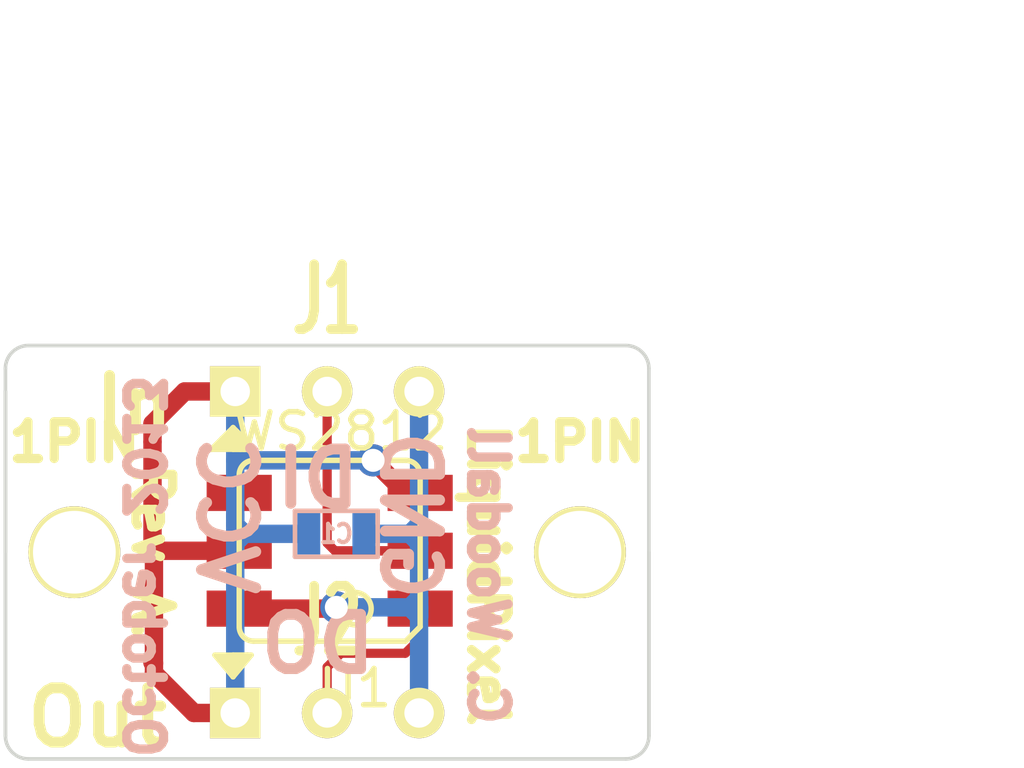
<source format=kicad_pcb>
(kicad_pcb (version 3) (host pcbnew "(2013-07-07 BZR 4022)-stable")

  (general
    (links 9)
    (no_connects 0)
    (area 38.68662 13.025001 71.805714 33.880829)
    (thickness 1.6)
    (drawings 23)
    (tracks 51)
    (zones 0)
    (modules 6)
    (nets 5)
  )

  (page A3)
  (layers
    (15 F.Cu signal)
    (0 B.Cu signal)
    (16 B.Adhes user)
    (17 F.Adhes user)
    (18 B.Paste user)
    (19 F.Paste user)
    (20 B.SilkS user)
    (21 F.SilkS user)
    (22 B.Mask user)
    (23 F.Mask user)
    (24 Dwgs.User user)
    (25 Cmts.User user)
    (26 Eco1.User user)
    (27 Eco2.User user)
    (28 Edge.Cuts user)
  )

  (setup
    (last_trace_width 0.254)
    (trace_clearance 0.254)
    (zone_clearance 0.508)
    (zone_45_only no)
    (trace_min 0.254)
    (segment_width 0.2)
    (edge_width 0.1)
    (via_size 0.889)
    (via_drill 0.635)
    (via_min_size 0.889)
    (via_min_drill 0.508)
    (uvia_size 0.508)
    (uvia_drill 0.127)
    (uvias_allowed no)
    (uvia_min_size 0.508)
    (uvia_min_drill 0.127)
    (pcb_text_width 0.3)
    (pcb_text_size 1.5 1.5)
    (mod_edge_width 0.15)
    (mod_text_size 1 1)
    (mod_text_width 0.15)
    (pad_size 2.54 2.54)
    (pad_drill 2.286)
    (pad_to_mask_clearance 0)
    (aux_axis_origin 0 0)
    (visible_elements FFFFFFAF)
    (pcbplotparams
      (layerselection 284196865)
      (usegerberextensions true)
      (excludeedgelayer false)
      (linewidth 0.150000)
      (plotframeref false)
      (viasonmask false)
      (mode 1)
      (useauxorigin false)
      (hpglpennumber 1)
      (hpglpenspeed 20)
      (hpglpendiameter 15)
      (hpglpenoverlay 2)
      (psnegative false)
      (psa4output false)
      (plotreference false)
      (plotvalue false)
      (plotothertext false)
      (plotinvisibletext false)
      (padsonsilk false)
      (subtractmaskfromsilk true)
      (outputformat 1)
      (mirror false)
      (drillshape 0)
      (scaleselection 1)
      (outputdirectory gerber/))
  )

  (net 0 "")
  (net 1 GND)
  (net 2 N-000003)
  (net 3 N-000004)
  (net 4 VCC)

  (net_class Default "This is the default net class."
    (clearance 0.254)
    (trace_width 0.254)
    (via_dia 0.889)
    (via_drill 0.635)
    (uvia_dia 0.508)
    (uvia_drill 0.127)
    (add_net "")
    (add_net N-000003)
    (add_net N-000004)
  )

  (net_class POWER ""
    (clearance 0.508)
    (trace_width 0.508)
    (via_dia 0.889)
    (via_drill 0.635)
    (uvia_dia 0.508)
    (uvia_drill 0.127)
    (add_net GND)
    (add_net VCC)
  )

  (module SIL-3 (layer F.Cu) (tedit 5266A64E) (tstamp 5266982E)
    (at 49.53 32.385)
    (descr "Connecteur 3 pins")
    (tags "CONN DEV")
    (path /52660680)
    (fp_text reference J2 (at 0 -2.54) (layer F.SilkS)
      (effects (font (size 1.7907 1.07696) (thickness 0.3048)))
    )
    (fp_text value CONN_3 (at 0 -2.54) (layer F.SilkS) hide
      (effects (font (size 1.524 1.016) (thickness 0.3048)))
    )
    (fp_line (start -2.6 -1) (end -3.1 -1.6) (layer F.SilkS) (width 0.15))
    (fp_line (start -3.1 -1.6) (end -2.1 -1.6) (layer F.SilkS) (width 0.15))
    (fp_line (start -2.1 -1.6) (end -2.6 -1) (layer F.SilkS) (width 0.15))
    (fp_line (start -2.6 -1) (end -2.6 -1.6) (layer F.SilkS) (width 0.15))
    (fp_line (start -2.6 -1.6) (end -2.2 -1.6) (layer F.SilkS) (width 0.15))
    (fp_line (start -2.2 -1.6) (end -2.5 -1.2) (layer F.SilkS) (width 0.15))
    (fp_line (start -2.5 -1.2) (end -2.5 -1.5) (layer F.SilkS) (width 0.15))
    (fp_line (start -2.5 -1.5) (end -2.4 -1.5) (layer F.SilkS) (width 0.15))
    (fp_line (start -2.4 -1.5) (end -3 -1.5) (layer F.SilkS) (width 0.15))
    (fp_line (start -3 -1.5) (end -2.7 -1.2) (layer F.SilkS) (width 0.15))
    (fp_line (start -2.7 -1.2) (end -2.7 -1.5) (layer F.SilkS) (width 0.15))
    (fp_line (start -2.7 -1.5) (end -2.8 -1.4) (layer F.SilkS) (width 0.15))
    (pad 1 thru_hole rect (at -2.54 0) (size 1.397 1.397) (drill 0.8128)
      (layers *.Cu *.Mask F.SilkS)
      (net 4 VCC)
    )
    (pad 2 thru_hole circle (at 0 0) (size 1.397 1.397) (drill 0.8128)
      (layers *.Cu *.Mask F.SilkS)
      (net 3 N-000004)
    )
    (pad 3 thru_hole circle (at 2.54 0) (size 1.397 1.397) (drill 0.8128)
      (layers *.Cu *.Mask F.SilkS)
      (net 1 GND)
    )
  )

  (module SIL-3 (layer F.Cu) (tedit 5266A61D) (tstamp 52669822)
    (at 49.53 23.495)
    (descr "Connecteur 3 pins")
    (tags "CONN DEV")
    (path /52660657)
    (fp_text reference J1 (at 0 -2.54) (layer F.SilkS)
      (effects (font (size 1.7907 1.07696) (thickness 0.3048)))
    )
    (fp_text value CONN_3 (at 0 -2.54) (layer F.SilkS) hide
      (effects (font (size 1.524 1.016) (thickness 0.3048)))
    )
    (fp_line (start -2.6 1.1) (end -2.4 1.6) (layer F.SilkS) (width 0.15))
    (fp_line (start -2.4 1.6) (end -2.4 1.2) (layer F.SilkS) (width 0.15))
    (fp_line (start -2.4 1.2) (end -2.3 1.6) (layer F.SilkS) (width 0.15))
    (fp_line (start -2.3 1.6) (end -2.2 1.5) (layer F.SilkS) (width 0.15))
    (fp_line (start -2.2 1.5) (end -3 1.5) (layer F.SilkS) (width 0.15))
    (fp_line (start -3 1.5) (end -2.9 1.4) (layer F.SilkS) (width 0.15))
    (fp_line (start -2.9 1.4) (end -2.6 1.4) (layer F.SilkS) (width 0.15))
    (fp_line (start -2.6 1.4) (end -2.6 1.3) (layer F.SilkS) (width 0.15))
    (fp_line (start -2.6 1.3) (end -2.9 1.3) (layer F.SilkS) (width 0.15))
    (fp_line (start -2.9 1.3) (end -2.6 1.2) (layer F.SilkS) (width 0.15))
    (fp_line (start -2.6 1) (end -2 1.6) (layer F.SilkS) (width 0.15))
    (fp_line (start -2 1.6) (end -2.6 1.6) (layer F.SilkS) (width 0.15))
    (fp_line (start -2.6 1.6) (end -2.6 1) (layer F.SilkS) (width 0.15))
    (fp_line (start -2.9 1.3) (end -3.2 1.6) (layer F.SilkS) (width 0.15))
    (fp_line (start -3.2 1.6) (end -2.1 1.6) (layer F.SilkS) (width 0.15))
    (fp_line (start -2.6 1) (end -2.9 1.3) (layer F.SilkS) (width 0.15))
    (pad 1 thru_hole rect (at -2.54 0) (size 1.397 1.397) (drill 0.8128)
      (layers *.Cu *.Mask F.SilkS)
      (net 4 VCC)
    )
    (pad 2 thru_hole circle (at 0 0) (size 1.397 1.397) (drill 0.8128)
      (layers *.Cu *.Mask F.SilkS)
      (net 2 N-000003)
    )
    (pad 3 thru_hole circle (at 2.54 0) (size 1.397 1.397) (drill 0.8128)
      (layers *.Cu *.Mask F.SilkS)
      (net 1 GND)
    )
  )

  (module 1pin (layer F.Cu) (tedit 52669B63) (tstamp 52669B4E)
    (at 42.545 27.94)
    (descr "module 1 pin (ou trou mecanique de percage)")
    (tags DEV)
    (path 1pin)
    (fp_text reference 1PIN (at 0 -3.048) (layer F.SilkS)
      (effects (font (size 1.016 1.016) (thickness 0.254)))
    )
    (fp_text value P*** (at 0 2.794) (layer F.SilkS) hide
      (effects (font (size 1.016 1.016) (thickness 0.254)))
    )
    (pad 1 thru_hole circle (at 0 0) (size 2.54 2.54) (drill 2.286)
      (layers *.Cu *.Mask F.SilkS)
    )
  )

  (module 1pin (layer F.Cu) (tedit 52669AFA) (tstamp 52669A98)
    (at 56.515 27.94)
    (descr "module 1 pin (ou trou mecanique de percage)")
    (tags DEV)
    (path 1pin)
    (fp_text reference 1PIN (at 0 -3.048) (layer F.SilkS)
      (effects (font (size 1.016 1.016) (thickness 0.254)))
    )
    (fp_text value P*** (at 0 2.794) (layer F.SilkS) hide
      (effects (font (size 1.016 1.016) (thickness 0.254)))
    )
    (pad 1 thru_hole circle (at 0 0) (size 2.54 2.54) (drill 2.286)
      (layers *.Cu *.Mask F.SilkS)
    )
  )

  (module WS2812_SMD (layer F.Cu) (tedit 52669885) (tstamp 52669900)
    (at 52.1 29.5)
    (path /5266092F)
    (fp_text reference U1 (at -1.8 2.2) (layer F.SilkS)
      (effects (font (size 1 1) (thickness 0.15)))
    )
    (fp_text value WS2812 (at -2.2 -4.9) (layer F.SilkS)
      (effects (font (size 1 1) (thickness 0.15)))
    )
    (fp_circle (center -1.8 0) (end -1.4 0.2) (layer F.SilkS) (width 0.15))
    (fp_line (start -4.6 0.9) (end -0.4 0.9) (layer F.SilkS) (width 0.15))
    (fp_line (start -5 -3.7) (end -5 0.5) (layer F.SilkS) (width 0.15))
    (fp_line (start -0.4 -4.1) (end -4.6 -4.1) (layer F.SilkS) (width 0.15))
    (fp_line (start -0.4 0.9) (end 0 0.5) (layer F.SilkS) (width 0.15))
    (fp_line (start 0 0.5) (end 0 -3.7) (layer F.SilkS) (width 0.15))
    (fp_arc (start -0.4 -3.7) (end -0.4 -4.1) (angle 90) (layer F.SilkS) (width 0.15))
    (fp_arc (start -4.6 -3.7) (end -5 -3.7) (angle 90) (layer F.SilkS) (width 0.15))
    (fp_arc (start -4.6 0.5) (end -4.6 0.9) (angle 90) (layer F.SilkS) (width 0.15))
    (pad 1 smd rect (at 0 0) (size 1.8 1)
      (layers F.Cu F.Paste F.Mask)
      (net 3 N-000004)
    )
    (pad 2 smd rect (at 0 -1.6) (size 1.8 1)
      (layers F.Cu F.Paste F.Mask)
      (net 2 N-000003)
    )
    (pad 3 smd rect (at 0 -3.2) (size 1.8 1)
      (layers F.Cu F.Paste F.Mask)
      (net 4 VCC)
    )
    (pad 4 smd rect (at -5 -3.2) (size 1.8 1)
      (layers F.Cu F.Paste F.Mask)
    )
    (pad 5 smd rect (at -5 -1.6) (size 1.8 1)
      (layers F.Cu F.Paste F.Mask)
      (net 4 VCC)
    )
    (pad 6 smd rect (at -5 0) (size 1.8 1)
      (layers F.Cu F.Paste F.Mask)
      (net 1 GND)
    )
  )

  (module SM0603 (layer B.Cu) (tedit 4E43A3D1) (tstamp 52669816)
    (at 49.784 27.432)
    (path /526606F1)
    (attr smd)
    (fp_text reference C1 (at 0 0) (layer B.SilkS)
      (effects (font (size 0.508 0.4572) (thickness 0.1143)) (justify mirror))
    )
    (fp_text value .1uF (at 0 0) (layer B.SilkS) hide
      (effects (font (size 0.508 0.4572) (thickness 0.1143)) (justify mirror))
    )
    (fp_line (start -1.143 0.635) (end 1.143 0.635) (layer B.SilkS) (width 0.127))
    (fp_line (start 1.143 0.635) (end 1.143 -0.635) (layer B.SilkS) (width 0.127))
    (fp_line (start 1.143 -0.635) (end -1.143 -0.635) (layer B.SilkS) (width 0.127))
    (fp_line (start -1.143 -0.635) (end -1.143 0.635) (layer B.SilkS) (width 0.127))
    (pad 1 smd rect (at -0.762 0) (size 0.635 1.143)
      (layers B.Cu B.Paste B.Mask)
      (net 4 VCC)
    )
    (pad 2 smd rect (at 0.762 0) (size 0.635 1.143)
      (layers B.Cu B.Paste B.Mask)
      (net 1 GND)
    )
    (model smd\resistors\R0603.wrl
      (at (xyz 0 0 0.001))
      (scale (xyz 0.5 0.5 0.5))
      (rotate (xyz 0 0 0))
    )
  )

  (dimension 11.43 (width 0.3) (layer Dwgs.User)
    (gr_text "0.4500 in" (at 66.119999 27.94 270) (layer Dwgs.User)
      (effects (font (size 1.5 1.5) (thickness 0.3)))
    )
    (feature1 (pts (xy 58.42 33.655) (xy 67.469999 33.655)))
    (feature2 (pts (xy 58.42 22.225) (xy 67.469999 22.225)))
    (crossbar (pts (xy 64.769999 22.225) (xy 64.769999 33.655)))
    (arrow1a (pts (xy 64.769999 33.655) (xy 64.183579 32.528497)))
    (arrow1b (pts (xy 64.769999 33.655) (xy 65.356419 32.528497)))
    (arrow2a (pts (xy 64.769999 22.225) (xy 64.183579 23.351503)))
    (arrow2b (pts (xy 64.769999 22.225) (xy 65.356419 23.351503)))
  )
  (dimension 17.78 (width 0.3) (layer Dwgs.User)
    (gr_text "0.7000 in" (at 49.53 14.525001) (layer Dwgs.User)
      (effects (font (size 1.5 1.5) (thickness 0.3)))
    )
    (feature1 (pts (xy 58.42 22.225) (xy 58.42 13.175001)))
    (feature2 (pts (xy 40.64 22.225) (xy 40.64 13.175001)))
    (crossbar (pts (xy 40.64 15.875001) (xy 58.42 15.875001)))
    (arrow1a (pts (xy 58.42 15.875001) (xy 57.293497 16.461421)))
    (arrow1b (pts (xy 58.42 15.875001) (xy 57.293497 15.288581)))
    (arrow2a (pts (xy 40.64 15.875001) (xy 41.766503 16.461421)))
    (arrow2b (pts (xy 40.64 15.875001) (xy 41.766503 15.288581)))
  )
  (gr_text GND (at 51.816 26.924 270) (layer B.SilkS)
    (effects (font (size 1.5 1.5) (thickness 0.3)) (justify mirror))
  )
  (gr_text DI (at 49.276 25.908) (layer B.SilkS)
    (effects (font (size 1.5 1.5) (thickness 0.3)) (justify mirror))
  )
  (gr_text DO (at 49.276 30.48) (layer B.SilkS)
    (effects (font (size 1.5 1.5) (thickness 0.3)) (justify mirror))
  )
  (gr_text VCC (at 46.736 26.924 270) (layer B.SilkS)
    (effects (font (size 1.5 1.5) (thickness 0.3)) (justify mirror))
  )
  (gr_text "Out\n" (at 43.18 32.512) (layer F.SilkS)
    (effects (font (size 1.5 1.5) (thickness 0.3)))
  )
  (gr_text In (at 44.196 23.876) (layer F.SilkS)
    (effects (font (size 1.5 1.5) (thickness 0.3)))
  )
  (gr_text "Rev A." (at 44.704 27.94 270) (layer F.SilkS)
    (effects (font (size 1.016 1.016) (thickness 0.254)))
  )
  (gr_text "October 2013 \n" (at 44.45 27.94 270) (layer B.SilkS)
    (effects (font (size 1.016 1.016) (thickness 0.254)) (justify mirror))
  )
  (gr_text LiquidPixel (at 53.975 28.575 270) (layer F.SilkS)
    (effects (font (size 1.016 1.016) (thickness 0.254)))
  )
  (gr_text "C. Woodall" (at 53.975 28.575 270) (layer B.SilkS)
    (effects (font (size 1.016 1.016) (thickness 0.254)) (justify mirror))
  )
  (gr_arc (start 41.275 33.02) (end 41.275 33.655) (angle 90) (layer Edge.Cuts) (width 0.1))
  (gr_arc (start 41.275 22.86) (end 40.64 22.86) (angle 90) (layer Edge.Cuts) (width 0.1))
  (gr_arc (start 57.785 22.86) (end 57.785 22.225) (angle 90) (layer Edge.Cuts) (width 0.1))
  (gr_arc (start 57.785 33.02) (end 58.42 33.02) (angle 90) (layer Edge.Cuts) (width 0.1))
  (gr_line (start 41.275 33.655) (end 57.785 33.655) (angle 90) (layer Edge.Cuts) (width 0.1))
  (gr_line (start 57.785 22.225) (end 41.275 22.225) (angle 90) (layer Edge.Cuts) (width 0.1))
  (gr_line (start 58.42 33.02) (end 58.42 22.86) (angle 90) (layer Edge.Cuts) (width 0.1))
  (gr_line (start 58.42 27.94) (end 58.42 33.02) (angle 90) (layer Edge.Cuts) (width 0.1))
  (gr_line (start 40.64 33.02) (end 40.64 22.86) (angle 90) (layer Edge.Cuts) (width 0.1))
  (gr_line (start 40.64 23.495) (end 40.64 33.02) (angle 90) (layer Edge.Cuts) (width 0.1))
  (gr_line (start 40.64 27.94) (end 40.64 23.495) (angle 90) (layer Edge.Cuts) (width 0.1))

  (segment (start 51.816 29.464) (end 52.07 29.718) (width 0.508) (layer B.Cu) (net 1))
  (segment (start 51.816 29.464) (end 52.07 29.21) (width 0.508) (layer B.Cu) (net 1))
  (segment (start 52.07 29.21) (end 52.07 29.464) (width 0.508) (layer B.Cu) (net 1) (tstamp 5266AA86))
  (segment (start 51.816 27.432) (end 52.07 27.686) (width 0.508) (layer B.Cu) (net 1))
  (segment (start 49.784 29.464) (end 51.816 29.464) (width 0.508) (layer B.Cu) (net 1))
  (segment (start 52.07 29.464) (end 52.07 29.718) (width 0.508) (layer B.Cu) (net 1) (tstamp 5266AA87))
  (segment (start 52.07 29.718) (end 52.07 29.464) (width 0.508) (layer B.Cu) (net 1) (tstamp 5266AA8B))
  (segment (start 52.07 27.178) (end 52.07 27.686) (width 0.508) (layer B.Cu) (net 1))
  (segment (start 52.07 27.686) (end 52.07 29.464) (width 0.508) (layer B.Cu) (net 1) (tstamp 5266AA81))
  (segment (start 52.07 29.464) (end 52.07 32.385) (width 0.508) (layer B.Cu) (net 1) (tstamp 5266AA69) (status 800000))
  (segment (start 49.748 29.5) (end 47.1 29.5) (width 0.508) (layer F.Cu) (net 1) (tstamp 5266A9D7) (status 800000))
  (segment (start 49.784 29.464) (end 49.748 29.5) (width 0.508) (layer F.Cu) (net 1) (tstamp 5266A9D6))
  (via (at 49.784 29.464) (size 0.889) (layers F.Cu B.Cu) (net 1))
  (segment (start 50.546 27.432) (end 51.816 27.432) (width 0.508) (layer B.Cu) (net 1))
  (segment (start 52.07 27.178) (end 52.07 23.495) (width 0.508) (layer B.Cu) (net 1) (tstamp 5266A92C))
  (segment (start 51.816 27.432) (end 52.07 27.178) (width 0.508) (layer B.Cu) (net 1) (tstamp 5266A92B))
  (segment (start 49.53 23.495) (end 49.53 27.686) (width 0.254) (layer F.Cu) (net 2) (status 400000))
  (segment (start 49.53 27.686) (end 49.744 27.9) (width 0.254) (layer F.Cu) (net 2) (tstamp 5266C425))
  (segment (start 49.744 27.9) (end 52.1 27.9) (width 0.254) (layer F.Cu) (net 2) (tstamp 5266AA13) (status 800000))
  (segment (start 50.76 27.9) (end 52.1 27.9) (width 0.254) (layer F.Cu) (net 2) (tstamp 5266A9FC) (status 800000))
  (segment (start 50.76 27.9) (end 52.1 27.9) (width 0.254) (layer F.Cu) (net 2) (tstamp 5266A9B3) (status 800000))
  (segment (start 52.1 29.5) (end 52.1 30.323) (width 0.254) (layer F.Cu) (net 3) (status 400000))
  (segment (start 49.911 30.734) (end 49.53 31.115) (width 0.254) (layer F.Cu) (net 3) (tstamp 5266C46E))
  (segment (start 51.689 30.734) (end 49.911 30.734) (width 0.254) (layer F.Cu) (net 3) (tstamp 5266C469))
  (segment (start 52.1 30.323) (end 51.689 30.734) (width 0.254) (layer F.Cu) (net 3) (tstamp 5266C464))
  (segment (start 49.53 32.385) (end 49.53 31.115) (width 0.254) (layer F.Cu) (net 3) (status 400000))
  (segment (start 52.1 26.3) (end 51.7 26.3) (width 0.508) (layer F.Cu) (net 4) (status C00000))
  (segment (start 50.8 25.4) (end 46.99 25.4) (width 0.508) (layer B.Cu) (net 4) (tstamp 5266AA28))
  (via (at 50.8 25.4) (size 0.889) (layers F.Cu B.Cu) (net 4))
  (segment (start 51.7 26.3) (end 50.8 25.4) (width 0.508) (layer F.Cu) (net 4) (tstamp 5266AA1E) (status 400000))
  (segment (start 46.99 27.94) (end 46.99 27.686) (width 0.508) (layer B.Cu) (net 4))
  (segment (start 46.99 27.686) (end 47.244 27.432) (width 0.508) (layer B.Cu) (net 4) (tstamp 5266A941))
  (segment (start 46.99 26.924) (end 46.99 27.94) (width 0.508) (layer B.Cu) (net 4))
  (segment (start 46.99 27.94) (end 46.99 32.385) (width 0.508) (layer B.Cu) (net 4) (tstamp 5266A93F))
  (segment (start 49.022 27.432) (end 47.244 27.432) (width 0.508) (layer B.Cu) (net 4))
  (segment (start 46.99 27.178) (end 46.99 26.924) (width 0.508) (layer B.Cu) (net 4) (tstamp 5266A937))
  (segment (start 47.244 27.432) (end 46.99 27.178) (width 0.508) (layer B.Cu) (net 4) (tstamp 5266A931))
  (segment (start 46.99 26.924) (end 46.99 25.4) (width 0.508) (layer B.Cu) (net 4) (tstamp 5266A93B))
  (segment (start 46.99 25.4) (end 46.99 23.495) (width 0.508) (layer B.Cu) (net 4) (tstamp 5266AA2B))
  (segment (start 46.99 32.385) (end 45.847 32.385) (width 0.508) (layer F.Cu) (net 4))
  (segment (start 44.744 27.9) (end 44.744 30.988) (width 0.508) (layer F.Cu) (net 4))
  (segment (start 45.847 32.385) (end 44.744 31.282) (width 0.508) (layer F.Cu) (net 4) (tstamp 5266A915))
  (segment (start 44.744 31.282) (end 44.744 31.028) (width 0.508) (layer F.Cu) (net 4) (tstamp 5266A916))
  (segment (start 44.744 31.028) (end 44.704 30.988) (width 0.508) (layer F.Cu) (net 4) (tstamp 5266A917))
  (segment (start 44.704 30.988) (end 44.744 30.988) (width 0.508) (layer F.Cu) (net 4) (tstamp 5266A918))
  (segment (start 44.704 24.892) (end 44.704 24.384) (width 0.508) (layer F.Cu) (net 4))
  (segment (start 45.593 23.495) (end 46.99 23.495) (width 0.508) (layer F.Cu) (net 4) (tstamp 5266A912))
  (segment (start 44.704 24.384) (end 45.593 23.495) (width 0.508) (layer F.Cu) (net 4) (tstamp 5266A910))
  (segment (start 44.744 27.9) (end 47.1 27.9) (width 0.508) (layer F.Cu) (net 4) (tstamp 5266A908))
  (segment (start 44.704 27.94) (end 44.744 27.9) (width 0.508) (layer F.Cu) (net 4) (tstamp 5266A906))
  (segment (start 44.704 24.892) (end 44.704 27.94) (width 0.508) (layer F.Cu) (net 4) (tstamp 5266A905))

)

</source>
